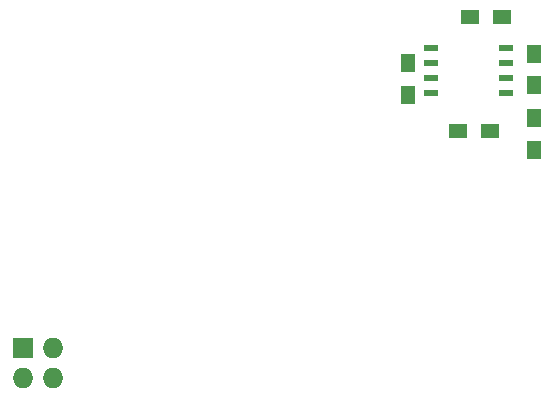
<source format=gbr>
G04 #@! TF.FileFunction,Soldermask,Bot*
%FSLAX46Y46*%
G04 Gerber Fmt 4.6, Leading zero omitted, Abs format (unit mm)*
G04 Created by KiCad (PCBNEW 4.0.6) date 07/30/18 20:27:46*
%MOMM*%
%LPD*%
G01*
G04 APERTURE LIST*
%ADD10C,0.100000*%
%ADD11R,1.143000X0.508000*%
%ADD12R,1.727200X1.727200*%
%ADD13O,1.727200X1.727200*%
%ADD14R,1.500000X1.300000*%
%ADD15R,1.300000X1.500000*%
G04 APERTURE END LIST*
D10*
D11*
X127635000Y-104775000D03*
X127635000Y-103505000D03*
X127635000Y-102235000D03*
X127635000Y-100965000D03*
X121285000Y-100965000D03*
X121285000Y-102235000D03*
X121285000Y-103505000D03*
X121285000Y-104775000D03*
D12*
X86804500Y-126428500D03*
D13*
X89344500Y-126428500D03*
X86804500Y-128968500D03*
X89344500Y-128968500D03*
D14*
X127312400Y-98399600D03*
X124612400Y-98399600D03*
X126267200Y-108000800D03*
X123567200Y-108000800D03*
D15*
X119380000Y-102252800D03*
X119380000Y-104952800D03*
X129997200Y-109604800D03*
X129997200Y-106904800D03*
X130048000Y-104169200D03*
X130048000Y-101469200D03*
M02*

</source>
